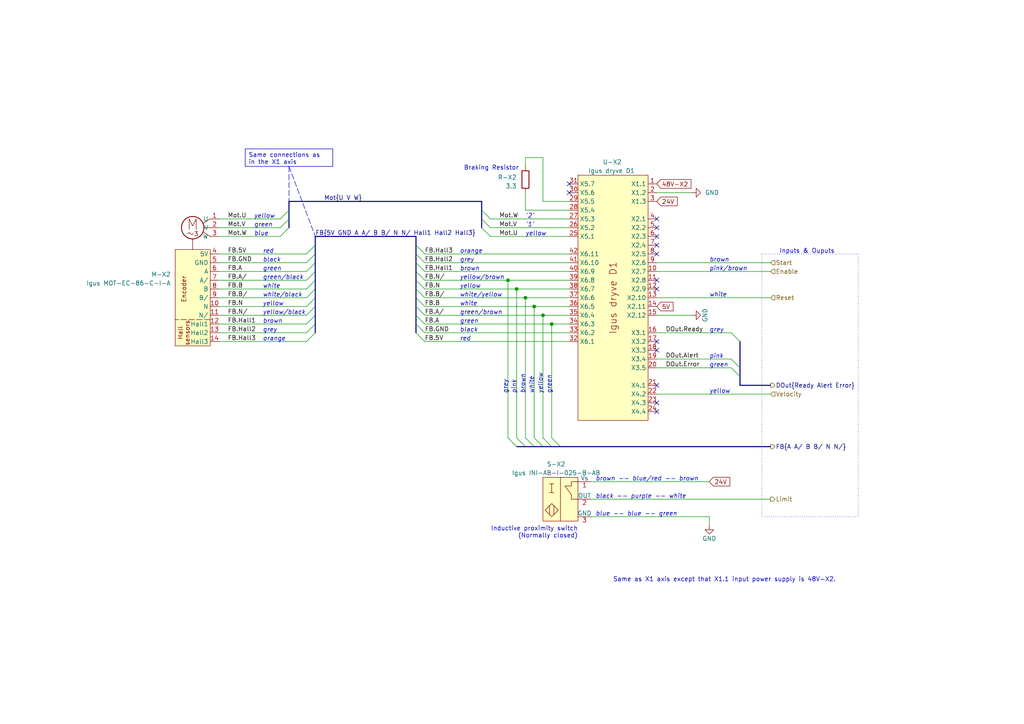
<source format=kicad_sch>
(kicad_sch (version 20250114) (generator "eeschema") (generator_version "9.0")
  (paper "A4")
  (title_block (title "Gantry Robot - Axis X2") (date "2024-03-18") (company "CITIC Research Center & Department of Computer Engineering, University of A Coruña."))
  (lib_symbols
    (symbol "Device:R" (pin_numbers (hide yes)) (pin_names (offset 0))
      (property "Reference" "R" (at 2.032 0 90))
      (property "Value" "R" (at 0 0 90))
      (symbol "R_0_1"
        (rectangle (start -1.016 -2.54) (end 1.016 2.54) (stroke (width 0.254)))
      )
      (symbol "R_1_1"
        (pin passive line (at 0 3.81 270) (length 1.27) (name "~") (number "1"))
        (pin passive line (at 0 -3.81 90) (length 1.27) (name "~") (number "2"))
      )
    )
    (symbol "Gantry_Robot_Components:Brushless_Motor_with_Hall_Sensors_and_RS-422_Encoder" (pin_names (offset 0.5))
      (property "Reference" "M" (at 5.08 2.54 0))
      (property "Value" "Brushless_Motor_with_Hall_Sensors_and_RS-422_Encoder" (at 33.02 0 0))
      (symbol "Brushless_Motor_with_Hall_Sensors_and_RS-422_Encoder_0_0"
        (polyline (pts (xy -1.016 -0.508) (xy -1.016 2.54) (xy 0 0.508) (xy 1.016 2.54) (xy 1.016 -0.508)))
        (arc (start 0.6112 -1.73) (mid 0.1862 -1.9307) (end -0.1508 -1.603))
        (arc (start 0.6371 -1.7016) (mid 1.0686 -1.4788) (end 1.3732 -1.857))
      )
      (symbol "Brushless_Motor_with_Hall_Sensors_and_RS-422_Encoder_0_1"
        (circle (center 0 0) (radius 3.2512) (stroke (width 0.254)))
      )
      (symbol "Brushless_Motor_with_Hall_Sensors_and_RS-422_Encoder_1_1"
        (polyline (pts (xy -5.08 2.54) (xy -3.048 1.27)))
        (polyline (pts (xy -5.08 0) (xy -3.302 0)))
        (polyline (pts (xy -5.08 -2.54) (xy -3.048 -1.27)))
        (rectangle (start -5.08 -6.35) (end 5.08 -34.29) (fill (type background)))
        (polyline (pts (xy -5.08 -26.67) (xy 5.08 -26.67)) (stroke (width 0) (type dash)))
        (polyline (pts (xy 0 -6.35) (xy 0 -3.302)))
        (text "3" (at -1.016 -1.778 0) (effects (font (size 1.27 1.27))))
        (text "Encoder" (at 2.54 -17.78 900) (effects (font (size 1.27 1.27))))
        (text "Hall\nsensors" (at 2.54 -30.48 900) (effects (font (size 1.27 1.27))))
        (pin passive line (at -7.62 2.54 0) (length 2.54) (name "U") (number "1"))
        (pin passive line (at -7.62 0 0) (length 2.54) (name "V") (number "2"))
        (pin passive line (at -7.62 -2.54 0) (length 2.54) (name "W") (number "3"))
        (pin power_in line (at -7.62 -7.62 0) (length 2.54) (name "5V") (number "4"))
        (pin power_in line (at -7.62 -10.16 0) (length 2.54) (name "GND") (number "5"))
        (pin output line (at -7.62 -12.7 0) (length 2.54) (name "A") (number "6"))
        (pin output line (at -7.62 -15.24 0) (length 2.54) (name "A/") (number "7"))
        (pin output line (at -7.62 -17.78 0) (length 2.54) (name "B") (number "8"))
        (pin output line (at -7.62 -20.32 0) (length 2.54) (name "B/") (number "9"))
        (pin output line (at -7.62 -22.86 0) (length 2.54) (name "N") (number "10"))
        (pin output line (at -7.62 -25.4 0) (length 2.54) (name "N/") (number "11"))
        (pin output line (at -7.62 -27.94 0) (length 2.54) (name "Hall1") (number "12"))
        (pin output line (at -7.62 -30.48 0) (length 2.54) (name "Hall2") (number "13"))
        (pin output line (at -7.62 -33.02 0) (length 2.54) (name "Hall3") (number "14"))
      )
    )
    (symbol "Gantry_Robot_Components:INI-AB-I-025-B-AB" (pin_names (offset 0))
      (property "Reference" "S" (at -5.715 7.62 0))
      (property "Value" "INI-AB-I-025-B-AB" (at 0 -9.525 0))
      (symbol "INI-AB-I-025-B-AB_0_1"
        (polyline (pts (xy -4.445 4.445) (xy -3.175 4.445)))
        (polyline (pts (xy -4.445 1.905) (xy -3.175 1.905)))
        (polyline (pts (xy -4.445 -1.905) (xy -4.445 -4.445)))
        (polyline (pts (xy -3.81 4.445) (xy -3.81 1.905)))
        (polyline (pts (xy -3.81 -1.27) (xy -5.715 -3.175) (xy -3.81 -5.08) (xy -1.905 -3.175) (xy -3.81 -1.27)))
        (polyline (pts (xy -3.175 -1.905) (xy -3.175 -4.445)))
        (polyline (pts (xy -1.27 6.35) (xy -1.27 -6.35)))
        (polyline (pts (xy 1.905 0) (xy 3.81 0)))
        (polyline (pts (xy 1.905 0) (xy 1.905 1.27) (xy 0 3.81) (xy 1.905 3.81) (xy 1.905 5.08) (xy 3.81 5.08)))
      )
      (symbol "INI-AB-I-025-B-AB_1_1"
        (rectangle (start -6.35 6.35) (end 3.81 -6.35) (fill (type background)))
        (pin power_in line (at 7.62 5.08 180) (length 3.81) (name "Vs") (number "1"))
        (pin output line (at 7.62 0 180) (length 3.81) (name "OUT") (number "2"))
        (pin power_in line (at 7.62 -5.08 180) (length 3.81) (name "GND") (number "3"))
      )
    )
    (symbol "Gantry_Robot_Components:Igus_dryve_D1"
      (property "Reference" "U" (at 40.64 12.7 0))
      (property "Value" "Igus dryve D1" (at 25.4 -12.7 0))
      (symbol "Igus_dryve_D1_1_1"
        (rectangle (start -35.56 10.16) (end 35.56 -10.16) (fill (type background)))
        (text "Igus dryve D1" (at 0 0 0) (effects (font (size 2 2))))
        (pin power_in line (at -33.02 12.7 270) (length 2.54) (name "X1.1") (number "1"))
        (pin power_out line (at -33.02 -12.7 90) (length 2.54) (name "X5.7") (number "31"))
        (pin power_in line (at -30.48 12.7 270) (length 2.54) (name "X1.2") (number "2"))
        (pin power_out line (at -30.48 -12.7 90) (length 2.54) (name "X5.6") (number "30"))
        (pin power_in line (at -27.94 12.7 270) (length 2.54) (name "X1.3") (number "3"))
        (pin passive line (at -27.94 -12.7 90) (length 2.54) (name "X5.5") (number "29"))
        (pin passive line (at -25.4 -12.7 90) (length 2.54) (name "X5.4") (number "28"))
        (pin input line (at -22.86 12.7 270) (length 2.54) (name "X2.1") (number "4"))
        (pin passive line (at -22.86 -12.7 90) (length 2.54) (name "X5.3") (number "27"))
        (pin input line (at -20.32 12.7 270) (length 2.54) (name "X2.2") (number "5"))
        (pin passive line (at -20.32 -12.7 90) (length 2.54) (name "X5.2") (number "26"))
        (pin input line (at -17.78 12.7 270) (length 2.54) (name "X2.3") (number "6"))
        (pin passive line (at -17.78 -12.7 90) (length 2.54) (name "X5.1") (number "25"))
        (pin input line (at -15.24 12.7 270) (length 2.54) (name "X2.4") (number "7"))
        (pin input line (at -12.7 12.7 270) (length 2.54) (name "X2.5") (number "8"))
        (pin input line (at -12.7 -12.7 90) (length 2.54) (name "X6.11") (number "42"))
        (pin input line (at -10.16 12.7 270) (length 2.54) (name "X2.6") (number "9"))
        (pin input line (at -10.16 -12.7 90) (length 2.54) (name "X6.10") (number "41"))
        (pin input line (at -7.62 12.7 270) (length 2.54) (name "X2.7") (number "10"))
        (pin input line (at -7.62 -12.7 90) (length 2.54) (name "X6.9") (number "40"))
        (pin input line (at -5.08 12.7 270) (length 2.54) (name "X2.8") (number "11"))
        (pin input line (at -5.08 -12.7 90) (length 2.54) (name "X6.8") (number "39"))
        (pin input line (at -2.54 12.7 270) (length 2.54) (name "X2.9") (number "12"))
        (pin input line (at -2.54 -12.7 90) (length 2.54) (name "X6.7") (number "38"))
        (pin input line (at 0 12.7 270) (length 2.54) (name "X2.10") (number "13"))
        (pin input line (at 0 -12.7 90) (length 2.54) (name "X6.6") (number "37"))
        (pin power_in line (at 2.54 12.7 270) (length 2.54) (name "X2.11") (number "14"))
        (pin input line (at 2.54 -12.7 90) (length 2.54) (name "X6.5") (number "36"))
        (pin power_in line (at 5.08 12.7 270) (length 2.54) (name "X2.12") (number "15"))
        (pin input line (at 5.08 -12.7 90) (length 2.54) (name "X6.4") (number "35"))
        (pin input line (at 7.62 -12.7 90) (length 2.54) (name "X6.3") (number "34"))
        (pin output line (at 10.16 12.7 270) (length 2.54) (name "X3.1") (number "16"))
        (pin power_out line (at 10.16 -12.7 90) (length 2.54) (name "X6.2") (number "33"))
        (pin output line (at 12.7 12.7 270) (length 2.54) (name "X3.2") (number "17"))
        (pin power_out line (at 12.7 -12.7 90) (length 2.54) (name "X6.1") (number "32"))
        (pin output line (at 15.24 12.7 270) (length 2.54) (name "X3.3") (number "18"))
        (pin output line (at 17.78 12.7 270) (length 2.54) (name "X3.4") (number "19"))
        (pin output line (at 20.32 12.7 270) (length 2.54) (name "X3.5") (number "20"))
        (pin power_out line (at 25.4 12.7 270) (length 2.54) (name "X4.1") (number "21"))
        (pin input line (at 27.94 12.7 270) (length 2.54) (name "X4.2") (number "22"))
        (pin input line (at 30.48 12.7 270) (length 2.54) (name "X4.3") (number "23"))
        (pin power_out line (at 33.02 12.7 270) (length 2.54) (name "X4.4") (number "24"))
      )
    )
    (symbol "power:GND" (power) (pin_names (offset 0))
      (property "Value" "GND" (at 0 -3.81 0))
      (symbol "GND_0_1"
        (polyline (pts (xy 0 0) (xy 0 -1.27) (xy 1.27 -1.27) (xy 0 -2.54) (xy -1.27 -1.27) (xy 0 -1.27)))
      )
      (symbol "GND_1_1"
        (pin power_in line (at 0 0 270) (length 0) (hide yes) (name "GND") (number "1"))
      )
    )
  )
  (rectangle (start 220.98 73.66) (end 248.92 149.86) (stroke (width 0) (type dot)))
  (text "brown" (at 133.35 78.74 0) (effects (font (size 1.27 1.27) (italic yes)) (justify left bottom)))
  (text "green/brown" (at 133.35 91.44 0) (effects (font (size 1.27 1.27) (italic yes)) (justify left bottom)))
  (text "yellow" (at 205.74 114.3 0) (effects (font (size 1.27 1.27) (italic yes)) (justify left bottom)))
  (text "pink" (at 149.86 114.3 90) (effects (font (size 1.27 1.27) (italic yes)) (justify left bottom)))
  (text "green" (at 205.74 106.68 0) (effects (font (size 1.27 1.27) (italic yes)) (justify left bottom)))
  (text "grey" (at 147.32 114.3 90) (effects (font (size 1.27 1.27) (italic yes)) (justify left bottom)))
  (text "white" (at 133.35 88.9 0) (effects (font (size 1.27 1.27) (italic yes)) (justify left bottom)))
  (text "'2'" (at 152.4 63.5 0) (effects (font (size 1.27 1.27) (italic yes)) (justify left bottom)))
  (text "white" (at 76.2 83.82 0) (effects (font (size 1.27 1.27) (italic yes)) (justify left bottom)))
  (text "Inputs & Ouputs" (at 226.06 73.66 0) (effects (font (size 1.27 1.27)) (justify left bottom)))
  (text "pink" (at 205.74 104.14 0) (effects (font (size 1.27 1.27) (italic yes)) (justify left bottom)))
  (text "grey" (at 133.35 76.2 0) (effects (font (size 1.27 1.27) (italic yes)) (justify left bottom)))
  (text "pink/brown" (at 205.74 78.74 0) (effects (font (size 1.27 1.27) (italic yes)) (justify left bottom)))
  (text "orange" (at 76.2 99.06 0) (effects (font (size 1.27 1.27) (italic yes)) (justify left bottom)))
  (text "green" (at 133.35 93.98 0) (effects (font (size 1.27 1.27) (italic yes)) (justify left bottom)))
  (text "red" (at 76.2 73.66 0) (effects (font (size 1.27 1.27) (italic yes)) (justify left bottom)))
  (text "white/yellow" (at 133.35 86.36 0) (effects (font (size 1.27 1.27) (italic yes)) (justify left bottom)))
  (text "yellow/brown" (at 133.35 81.28 0) (effects (font (size 1.27 1.27) (italic yes)) (justify left bottom)))
  (text "green" (at 160.02 114.3 90) (effects (font (size 1.27 1.27) (italic yes)) (justify left bottom)))
  (text "yellow/black" (at 76.2 91.44 0) (effects (font (size 1.27 1.27) (italic yes)) (justify left bottom)))
  (text "yellow" (at 152.4 68.58 0) (effects (font (size 1.27 1.27) (italic yes)) (justify left bottom)))
  (text "Braking Resistor" (at 150.495 49.53 0) (effects (font (size 1.27 1.27)) (justify right bottom)))
  (text "green/black" (at 76.2 81.28 0) (effects (font (size 1.27 1.27) (italic yes)) (justify left bottom)))
  (text "white" (at 205.74 86.36 0) (effects (font (size 1.27 1.27) (italic yes)) (justify left bottom)))
  (text "black" (at 76.2 76.2 0) (effects (font (size 1.27 1.27) (italic yes)) (justify left bottom)))
  (text "green" (at 73.66 66.04 0) (effects (font (size 1.27 1.27) (italic yes)) (justify left bottom)))
  (text "brown" (at 205.74 76.2 0) (effects (font (size 1.27 1.27) (italic yes)) (justify left bottom)))
  (text "blue" (at 73.66 68.58 0) (effects (font (size 1.27 1.27) (italic yes)) (justify left bottom)))
  (text "grey" (at 205.74 96.52 0) (effects (font (size 1.27 1.27) (italic yes)) (justify left bottom)))
  (text "yellow" (at 76.2 88.9 0) (effects (font (size 1.27 1.27) (italic yes)) (justify left bottom)))
  (text "green" (at 76.2 78.74 0) (effects (font (size 1.27 1.27) (italic yes)) (justify left bottom)))
  (text "brown" (at 76.2 93.98 0) (effects (font (size 1.27 1.27) (italic yes)) (justify left bottom)))
  (text "yellow" (at 133.35 83.82 0) (effects (font (size 1.27 1.27) (italic yes)) (justify left bottom)))
  (text "red" (at 133.35 99.06 0) (effects (font (size 1.27 1.27) (italic yes)) (justify left bottom)))
  (text "yellow" (at 73.66 63.5 0) (effects (font (size 1.27 1.27) (italic yes)) (justify left bottom)))
  (text "brown" (at 152.4 114.3 90) (effects (font (size 1.27 1.27) (italic yes)) (justify left bottom)))
  (text "yellow" (at 157.48 114.3 90) (effects (font (size 1.27 1.27) (italic yes)) (justify left bottom)))
  (text "white/black" (at 76.2 86.36 0) (effects (font (size 1.27 1.27) (italic yes)) (justify left bottom)))
  (text "black" (at 133.35 96.52 0) (effects (font (size 1.27 1.27) (italic yes)) (justify left bottom)))
  (text "grey" (at 76.2 96.52 0) (effects (font (size 1.27 1.27) (italic yes)) (justify left bottom)))
  (text "Inductive proximity switch\n(Normally closed)" (at 167.64 156.21 0) (effects (font (size 1.27 1.27)) (justify right bottom)))
  (text "'1'" (at 152.4 66.04 0) (effects (font (size 1.27 1.27) (italic yes)) (justify left bottom)))
  (text "blue -- blue -- green" (at 172.72 149.86 0) (effects (font (size 1.27 1.27) (italic yes)) (justify left bottom)))
  (text "orange" (at 133.35 73.66 0) (effects (font (size 1.27 1.27) (italic yes)) (justify left bottom)))
  (text "white" (at 154.94 114.3 90) (effects (font (size 1.27 1.27) (italic yes)) (justify left bottom)))
  (text "Same as X1 axis except that X1.1 input power supply is 48V-X2." (at 177.8 168.91 0) (effects (font (size 1.27 1.27)) (justify left bottom)))
  (text "brown -- blue/red -- brown" (at 172.72 139.7 0) (effects (font (size 1.27 1.27) (italic yes)) (justify left bottom)))
  (text "black -- purple -- white" (at 172.72 144.78 0) (effects (font (size 1.27 1.27) (italic yes)) (justify left bottom)))
  (text_box "Same connections as in the X1 axis" (at 71.12 43.18 0) (size 25.4 5.08) (margins 0.9525 0.9525 0.9525 0.9525) (effects (font (size 1.27 1.27)) (justify left top)))
  (junction (at 154.94 88.9))
  (junction (at 152.4 86.36))
  (junction (at 157.48 91.44))
  (junction (at 149.86 83.82))
  (junction (at 147.32 81.28))
  (junction (at 160.02 93.98))
  (no_connect (at 190.5 71.12))
  (no_connect (at 190.5 73.66))
  (no_connect (at 190.5 66.04))
  (no_connect (at 190.5 99.06))
  (no_connect (at 190.5 63.5))
  (no_connect (at 190.5 119.38))
  (no_connect (at 165.1 53.34))
  (no_connect (at 165.1 55.88))
  (no_connect (at 190.5 81.28))
  (no_connect (at 190.5 111.76))
  (no_connect (at 190.5 68.58))
  (no_connect (at 190.5 101.6))
  (no_connect (at 190.5 83.82))
  (no_connect (at 190.5 116.84))
  (bus_entry (at 120.65 96.52) (size 2.54 2.54))
  (bus_entry (at 88.9 76.2) (size 2.54 -2.54))
  (bus_entry (at 88.9 91.44) (size 2.54 -2.54))
  (bus_entry (at 212.09 104.14) (size 2.54 2.54))
  (bus_entry (at 88.9 78.74) (size 2.54 -2.54))
  (bus_entry (at 149.86 127) (size 2.54 2.54))
  (bus_entry (at 88.9 96.52) (size 2.54 -2.54))
  (bus_entry (at 139.7 66.04) (size 2.54 2.54))
  (bus_entry (at 120.65 93.98) (size 2.54 2.54))
  (bus_entry (at 212.09 106.68) (size 2.54 2.54))
  (bus_entry (at 88.9 88.9) (size 2.54 -2.54))
  (bus_entry (at 120.65 73.66) (size 2.54 2.54))
  (bus_entry (at 152.4 127) (size 2.54 2.54))
  (bus_entry (at 88.9 81.28) (size 2.54 -2.54))
  (bus_entry (at 81.28 68.58) (size 2.54 -2.54))
  (bus_entry (at 120.65 88.9) (size 2.54 2.54))
  (bus_entry (at 154.94 127) (size 2.54 2.54))
  (bus_entry (at 88.9 83.82) (size 2.54 -2.54))
  (bus_entry (at 88.9 99.06) (size 2.54 -2.54))
  (bus_entry (at 120.65 76.2) (size 2.54 2.54))
  (bus_entry (at 157.48 127) (size 2.54 2.54))
  (bus_entry (at 142.24 63.5) (size -2.54 -2.54))
  (bus_entry (at 147.32 127) (size 2.54 2.54))
  (bus_entry (at 88.9 86.36) (size 2.54 -2.54))
  (bus_entry (at 212.09 96.52) (size 2.54 2.54))
  (bus_entry (at 88.9 93.98) (size 2.54 -2.54))
  (bus_entry (at 81.28 63.5) (size 2.54 -2.54))
  (bus_entry (at 123.19 81.28) (size -2.54 -2.54))
  (bus_entry (at 81.28 66.04) (size 2.54 -2.54))
  (bus_entry (at 120.65 83.82) (size 2.54 2.54))
  (bus_entry (at 120.65 86.36) (size 2.54 2.54))
  (bus_entry (at 160.02 127) (size 2.54 2.54))
  (bus_entry (at 120.65 81.28) (size 2.54 2.54))
  (bus_entry (at 88.9 73.66) (size 2.54 -2.54))
  (bus_entry (at 120.65 71.12) (size 2.54 2.54))
  (bus_entry (at 120.65 91.44) (size 2.54 2.54))
  (bus_entry (at 142.24 66.04) (size -2.54 -2.54))
  (wire (pts (xy 63.5 93.98) (xy 88.9 93.98)))
  (bus (pts (xy 91.44 88.9) (xy 91.44 91.44)))
  (bus (pts (xy 214.63 109.22) (xy 214.63 106.68)))
  (bus (pts (xy 154.94 129.54) (xy 157.48 129.54)))
  (wire (pts (xy 190.5 76.2) (xy 223.52 76.2)))
  (wire (pts (xy 63.5 91.44) (xy 88.9 91.44)))
  (wire (pts (xy 149.86 83.82) (xy 149.86 127)))
  (wire (pts (xy 157.48 58.42) (xy 165.1 58.42)))
  (polyline (pts (xy 83.82 48.26) (xy 83.82 58.42)) (stroke (width 0) (type dash)))
  (bus (pts (xy 120.65 76.2) (xy 120.65 78.74)))
  (wire (pts (xy 149.86 83.82) (xy 165.1 83.82)))
  (wire (pts (xy 165.1 99.06) (xy 123.19 99.06)))
  (bus (pts (xy 214.63 99.06) (xy 214.63 106.68)))
  (wire (pts (xy 152.4 45.72) (xy 157.48 45.72)))
  (wire (pts (xy 157.48 45.72) (xy 157.48 58.42)))
  (bus (pts (xy 91.44 81.28) (xy 91.44 83.82)))
  (wire (pts (xy 200.66 91.44) (xy 190.5 91.44)))
  (bus (pts (xy 120.65 93.98) (xy 120.65 91.44)))
  (bus (pts (xy 83.82 58.42) (xy 139.7 58.42)))
  (bus (pts (xy 120.65 68.58) (xy 120.65 71.12)))
  (bus (pts (xy 120.65 83.82) (xy 120.65 81.28)))
  (bus (pts (xy 120.65 73.66) (xy 120.65 76.2)))
  (wire (pts (xy 147.32 81.28) (xy 165.1 81.28)))
  (bus (pts (xy 160.02 129.54) (xy 162.56 129.54)))
  (wire (pts (xy 123.19 83.82) (xy 149.86 83.82)))
  (wire (pts (xy 152.4 55.88) (xy 152.4 60.96)))
  (wire (pts (xy 157.48 91.44) (xy 157.48 127)))
  (bus (pts (xy 91.44 68.58) (xy 120.65 68.58)))
  (wire (pts (xy 190.5 114.3) (xy 223.52 114.3)))
  (wire (pts (xy 63.5 63.5) (xy 81.28 63.5)))
  (wire (pts (xy 212.09 104.14) (xy 190.5 104.14)))
  (wire (pts (xy 63.5 83.82) (xy 88.9 83.82)))
  (bus (pts (xy 120.65 81.28) (xy 120.65 78.74)))
  (bus (pts (xy 91.44 83.82) (xy 91.44 86.36)))
  (bus (pts (xy 162.56 129.54) (xy 223.52 129.54)))
  (wire (pts (xy 152.4 86.36) (xy 152.4 127)))
  (bus (pts (xy 91.44 78.74) (xy 91.44 81.28)))
  (wire (pts (xy 123.19 91.44) (xy 157.48 91.44)))
  (wire (pts (xy 142.24 63.5) (xy 165.1 63.5)))
  (bus (pts (xy 91.44 76.2) (xy 91.44 78.74)))
  (wire (pts (xy 157.48 91.44) (xy 165.1 91.44)))
  (wire (pts (xy 63.5 86.36) (xy 88.9 86.36)))
  (wire (pts (xy 152.4 48.26) (xy 152.4 45.72)))
  (bus (pts (xy 120.65 71.12) (xy 120.65 73.66)))
  (bus (pts (xy 223.52 111.76) (xy 214.63 111.76)))
  (wire (pts (xy 123.19 86.36) (xy 152.4 86.36)))
  (wire (pts (xy 190.5 86.36) (xy 223.52 86.36)))
  (polyline (pts (xy 83.82 48.26) (xy 91.44 68.58)) (stroke (width 0) (type dash)))
  (bus (pts (xy 214.63 111.76) (xy 214.63 109.22)))
  (wire (pts (xy 205.74 139.7) (xy 171.45 139.7)))
  (bus (pts (xy 83.82 58.42) (xy 83.82 60.96)))
  (wire (pts (xy 212.09 96.52) (xy 190.5 96.52)))
  (wire (pts (xy 205.74 149.86) (xy 205.74 152.4)))
  (wire (pts (xy 63.5 96.52) (xy 88.9 96.52)))
  (wire (pts (xy 63.5 99.06) (xy 88.9 99.06)))
  (bus (pts (xy 120.65 91.44) (xy 120.65 88.9)))
  (bus (pts (xy 91.44 73.66) (xy 91.44 76.2)))
  (wire (pts (xy 123.19 81.28) (xy 147.32 81.28)))
  (wire (pts (xy 152.4 86.36) (xy 165.1 86.36)))
  (wire (pts (xy 165.1 73.66) (xy 123.19 73.66)))
  (wire (pts (xy 63.5 76.2) (xy 88.9 76.2)))
  (wire (pts (xy 160.02 93.98) (xy 165.1 93.98)))
  (bus (pts (xy 91.44 71.12) (xy 91.44 73.66)))
  (bus (pts (xy 149.86 129.54) (xy 152.4 129.54)))
  (bus (pts (xy 152.4 129.54) (xy 154.94 129.54)))
  (bus (pts (xy 139.7 63.5) (xy 139.7 66.04)))
  (wire (pts (xy 165.1 76.2) (xy 123.19 76.2)))
  (wire (pts (xy 63.5 78.74) (xy 88.9 78.74)))
  (bus (pts (xy 91.44 86.36) (xy 91.44 88.9)))
  (bus (pts (xy 83.82 63.5) (xy 83.82 60.96)))
  (wire (pts (xy 142.24 68.58) (xy 165.1 68.58)))
  (wire (pts (xy 190.5 55.88) (xy 200.66 55.88)))
  (bus (pts (xy 139.7 58.42) (xy 139.7 60.96)))
  (bus (pts (xy 91.44 71.12) (xy 91.44 68.58)))
  (bus (pts (xy 139.7 60.96) (xy 139.7 63.5)))
  (bus (pts (xy 91.44 93.98) (xy 91.44 96.52)))
  (wire (pts (xy 123.19 93.98) (xy 160.02 93.98)))
  (bus (pts (xy 120.65 88.9) (xy 120.65 86.36)))
  (wire (pts (xy 154.94 88.9) (xy 165.1 88.9)))
  (wire (pts (xy 165.1 78.74) (xy 123.19 78.74)))
  (wire (pts (xy 63.5 88.9) (xy 88.9 88.9)))
  (wire (pts (xy 154.94 88.9) (xy 154.94 127)))
  (wire (pts (xy 212.09 106.68) (xy 190.5 106.68)))
  (wire (pts (xy 190.5 78.74) (xy 223.52 78.74)))
  (wire (pts (xy 165.1 96.52) (xy 123.19 96.52)))
  (wire (pts (xy 171.45 149.86) (xy 205.74 149.86)))
  (wire (pts (xy 147.32 81.28) (xy 147.32 127)))
  (bus (pts (xy 120.65 96.52) (xy 120.65 93.98)))
  (wire (pts (xy 165.1 60.96) (xy 152.4 60.96)))
  (wire (pts (xy 63.5 81.28) (xy 88.9 81.28)))
  (wire (pts (xy 123.19 88.9) (xy 154.94 88.9)))
  (bus (pts (xy 83.82 66.04) (xy 83.82 63.5)))
  (wire (pts (xy 171.45 144.78) (xy 223.52 144.78)))
  (wire (pts (xy 142.24 66.04) (xy 165.1 66.04)))
  (wire (pts (xy 63.5 66.04) (xy 81.28 66.04)))
  (bus (pts (xy 91.44 91.44) (xy 91.44 93.98)))
  (bus (pts (xy 120.65 86.36) (xy 120.65 83.82)))
  (wire (pts (xy 63.5 68.58) (xy 81.28 68.58)))
  (wire (pts (xy 160.02 93.98) (xy 160.02 127)))
  (wire (pts (xy 63.5 73.66) (xy 88.9 73.66)))
  (bus (pts (xy 157.48 129.54) (xy 160.02 129.54)))
  (label "FB.GND" (at 123.19 96.52 0))
  (label "DOut.Error" (at 193.04 106.68 0))
  (label "FB.B" (at 123.19 88.9 0))
  (label "FB.GND" (at 66.04 76.2 0))
  (label "Mot.U" (at 66.04 63.5 0))
  (label "FB.B{slash}" (at 66.04 86.36 0))
  (label "FB.Hall2" (at 66.04 96.52 0))
  (label "FB.A" (at 123.19 93.98 0))
  (label "FB.Hall2" (at 123.19 76.2 0))
  (label "FB.B" (at 66.04 83.82 0))
  (label "FB.A{slash}" (at 66.04 81.28 0))
  (label "FB.Hall3" (at 66.04 99.06 0))
  (label "FB.Hall1" (at 66.04 93.98 0))
  (label "FB.Hall1" (at 123.19 78.74 0))
  (label "Mot.V" (at 144.78 66.04 0))
  (label "FB.Hall3" (at 123.19 73.66 0))
  (label "Mot.V" (at 66.04 66.04 0))
  (label "FB{5V GND A A{slash} B B{slash} N N{slash} Hall1 Hall2 Hall3}" (at 91.44 68.58 0))
  (label "FB.5V" (at 66.04 73.66 0))
  (label "FB.N{slash}" (at 66.04 91.44 0))
  (label "FB.N" (at 123.19 83.82 0))
  (label "Mot.W" (at 144.78 63.5 0))
  (label "Mot{U V W}" (at 93.98 58.42 0))
  (label "FB.N" (at 66.04 88.9 0))
  (label "FB.B{slash}" (at 123.19 86.36 0))
  (label "DOut.Ready" (at 193.04 96.52 0))
  (label "DOut.Alert" (at 193.04 104.14 0))
  (label "FB.N{slash}" (at 123.19 81.28 0))
  (label "FB.5V" (at 123.19 99.06 0))
  (label "Mot.W" (at 66.04 68.58 0))
  (label "Mot.U" (at 144.78 68.58 0))
  (label "FB.A" (at 66.04 78.74 0))
  (label "FB.A{slash}" (at 123.19 91.44 0))
  (global_label "24V" (shape input) (at 205.74 139.7 0) (property "Intersheetrefs" "${INTERSHEET_REFS}" (effects (hide yes))))
  (global_label "48V-X2" (shape input) (at 190.5 53.34 0) (property "Intersheetrefs" "${INTERSHEET_REFS}" (effects (hide yes))))
  (global_label "24V" (shape input) (at 190.5 58.42 0) (property "Intersheetrefs" "${INTERSHEET_REFS}" (effects (hide yes))))
  (global_label "5V" (shape input) (at 190.5 88.9 0) (property "Intersheetrefs" "${INTERSHEET_REFS}" (effects (hide yes))))
  (hierarchical_label "Enable" (shape input) (at 223.52 78.74 0))
  (hierarchical_label "FB{A A{slash} B B{slash} N N{slash}}" (shape output) (at 223.52 129.54 0))
  (hierarchical_label "Velocity" (shape input) (at 223.52 114.3 0))
  (hierarchical_label "Start" (shape input) (at 223.52 76.2 0))
  (hierarchical_label "DOut{Ready Alert Error}" (shape output) (at 223.52 111.76 0))
  (hierarchical_label "Reset" (shape input) (at 223.52 86.36 0))
  (hierarchical_label "Limit" (shape output) (at 223.52 144.78 0))
  (symbol (lib_id "Gantry_Robot_Components:Brushless_Motor_with_Hall_Sensors_and_RS-422_Encoder") (at 55.88 66.04 0) (mirror y) (unit 1)
    (property "Reference" "M-X2" (at 49.53 79.5909 0) (effects (justify left)))
    (property "Value" "Igus MOT-EC-86-C-I-A" (at 49.53 82.1309 0) (effects (justify left)))
  )
  (symbol (lib_id "power:GND") (at 200.66 55.88 90) (mirror x) (unit 1)
    (property "Reference" "#PWR036" (effects (hide yes)))
    (property "Value" "GND" (at 204.47 55.88 90) (effects (justify right)))
  )
  (symbol (lib_id "Gantry_Robot_Components:INI-AB-I-025-B-AB") (at 163.83 144.78 0) (unit 1)
    (property "Reference" "S-X2" (at 161.29 134.62 0))
    (property "Value" "Igus INI-AB-I-025-B-AB" (at 161.29 137.16 0))
    (property "Datasheet" "https://www.igus.com/ContentData/Products/Downloads/drylin_E_accessories_EN.pdf" (effects (hide yes)))
  )
  (symbol (lib_id "Gantry_Robot_Components:Igus_dryve_D1") (at 177.8 86.36 270) (unit 1)
    (property "Reference" "U-X2" (at 180.34 46.99 90) (effects (justify right)))
    (property "Value" "Igus dryve D1" (at 184.15 49.53 90) (effects (justify right)))
    (property "Datasheet" "https://igus.widen.net/content/lx2pnlx7jc/original/Operating%20Manual%20dryve%20D1%20V3.0.1.pdf" (effects (hide yes)))
  )
  (symbol (lib_id "power:GND") (at 200.66 91.44 90) (unit 1)
    (property "Reference" "#PWR037" (effects (hide yes)))
    (property "Value" "GND" (at 204.47 91.44 0))
  )
  (symbol (lib_id "Device:R") (at 152.4 52.07 0) (mirror y) (unit 1)
    (property "Reference" "R-X2" (at 149.86 51.435 0) (effects (justify left)))
    (property "Value" "3.3" (at 149.86 53.975 0) (effects (justify left)))
  )
  (symbol (lib_id "power:GND") (at 205.74 152.4 0) (unit 1)
    (property "Reference" "#PWR035" (effects (hide yes)))
    (property "Value" "GND" (at 205.74 156.21 0))
  )
)
</source>
